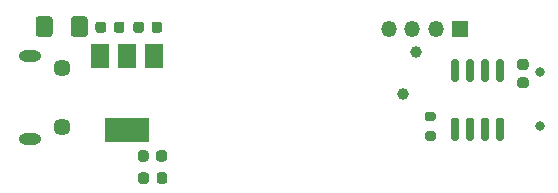
<source format=gbr>
%TF.GenerationSoftware,KiCad,Pcbnew,(5.1.8-0-10_14)*%
%TF.CreationDate,2021-04-16T18:19:52+02:00*%
%TF.ProjectId,SimpleCANAdapter,53696d70-6c65-4434-914e-416461707465,rev?*%
%TF.SameCoordinates,Original*%
%TF.FileFunction,Soldermask,Bot*%
%TF.FilePolarity,Negative*%
%FSLAX46Y46*%
G04 Gerber Fmt 4.6, Leading zero omitted, Abs format (unit mm)*
G04 Created by KiCad (PCBNEW (5.1.8-0-10_14)) date 2021-04-16 18:19:52*
%MOMM*%
%LPD*%
G01*
G04 APERTURE LIST*
%ADD10C,1.450000*%
%ADD11O,1.900000X0.950000*%
%ADD12R,1.500000X2.000000*%
%ADD13R,3.800000X2.000000*%
%ADD14C,0.800000*%
%ADD15R,1.350000X1.350000*%
%ADD16O,1.350000X1.350000*%
%ADD17C,1.000000*%
G04 APERTURE END LIST*
D10*
%TO.C,J2*%
X71750000Y-86300000D03*
X71750000Y-91300000D03*
D11*
X69050000Y-85300000D03*
X69050000Y-92300000D03*
%TD*%
D12*
%TO.C,U3*%
X74930000Y-85280000D03*
X79530000Y-85280000D03*
X77230000Y-85280000D03*
D13*
X77230000Y-91580000D03*
%TD*%
%TO.C,F1*%
G36*
G01*
X70925000Y-82175000D02*
X70925000Y-83425000D01*
G75*
G02*
X70675000Y-83675000I-250000J0D01*
G01*
X69750000Y-83675000D01*
G75*
G02*
X69500000Y-83425000I0J250000D01*
G01*
X69500000Y-82175000D01*
G75*
G02*
X69750000Y-81925000I250000J0D01*
G01*
X70675000Y-81925000D01*
G75*
G02*
X70925000Y-82175000I0J-250000D01*
G01*
G37*
G36*
G01*
X73900000Y-82175000D02*
X73900000Y-83425000D01*
G75*
G02*
X73650000Y-83675000I-250000J0D01*
G01*
X72725000Y-83675000D01*
G75*
G02*
X72475000Y-83425000I0J250000D01*
G01*
X72475000Y-82175000D01*
G75*
G02*
X72725000Y-81925000I250000J0D01*
G01*
X73650000Y-81925000D01*
G75*
G02*
X73900000Y-82175000I0J-250000D01*
G01*
G37*
%TD*%
D14*
%TO.C,J1*%
X112200000Y-91200000D03*
X112200000Y-86600000D03*
%TD*%
%TO.C,R1*%
G36*
G01*
X102625000Y-90000000D02*
X103175000Y-90000000D01*
G75*
G02*
X103375000Y-90200000I0J-200000D01*
G01*
X103375000Y-90600000D01*
G75*
G02*
X103175000Y-90800000I-200000J0D01*
G01*
X102625000Y-90800000D01*
G75*
G02*
X102425000Y-90600000I0J200000D01*
G01*
X102425000Y-90200000D01*
G75*
G02*
X102625000Y-90000000I200000J0D01*
G01*
G37*
G36*
G01*
X102625000Y-91650000D02*
X103175000Y-91650000D01*
G75*
G02*
X103375000Y-91850000I0J-200000D01*
G01*
X103375000Y-92250000D01*
G75*
G02*
X103175000Y-92450000I-200000J0D01*
G01*
X102625000Y-92450000D01*
G75*
G02*
X102425000Y-92250000I0J200000D01*
G01*
X102425000Y-91850000D01*
G75*
G02*
X102625000Y-91650000I200000J0D01*
G01*
G37*
%TD*%
%TO.C,U2*%
G36*
G01*
X104845000Y-90500000D02*
X105145000Y-90500000D01*
G75*
G02*
X105295000Y-90650000I0J-150000D01*
G01*
X105295000Y-92300000D01*
G75*
G02*
X105145000Y-92450000I-150000J0D01*
G01*
X104845000Y-92450000D01*
G75*
G02*
X104695000Y-92300000I0J150000D01*
G01*
X104695000Y-90650000D01*
G75*
G02*
X104845000Y-90500000I150000J0D01*
G01*
G37*
G36*
G01*
X106115000Y-90500000D02*
X106415000Y-90500000D01*
G75*
G02*
X106565000Y-90650000I0J-150000D01*
G01*
X106565000Y-92300000D01*
G75*
G02*
X106415000Y-92450000I-150000J0D01*
G01*
X106115000Y-92450000D01*
G75*
G02*
X105965000Y-92300000I0J150000D01*
G01*
X105965000Y-90650000D01*
G75*
G02*
X106115000Y-90500000I150000J0D01*
G01*
G37*
G36*
G01*
X107385000Y-90500000D02*
X107685000Y-90500000D01*
G75*
G02*
X107835000Y-90650000I0J-150000D01*
G01*
X107835000Y-92300000D01*
G75*
G02*
X107685000Y-92450000I-150000J0D01*
G01*
X107385000Y-92450000D01*
G75*
G02*
X107235000Y-92300000I0J150000D01*
G01*
X107235000Y-90650000D01*
G75*
G02*
X107385000Y-90500000I150000J0D01*
G01*
G37*
G36*
G01*
X108655000Y-90500000D02*
X108955000Y-90500000D01*
G75*
G02*
X109105000Y-90650000I0J-150000D01*
G01*
X109105000Y-92300000D01*
G75*
G02*
X108955000Y-92450000I-150000J0D01*
G01*
X108655000Y-92450000D01*
G75*
G02*
X108505000Y-92300000I0J150000D01*
G01*
X108505000Y-90650000D01*
G75*
G02*
X108655000Y-90500000I150000J0D01*
G01*
G37*
G36*
G01*
X108655000Y-85550000D02*
X108955000Y-85550000D01*
G75*
G02*
X109105000Y-85700000I0J-150000D01*
G01*
X109105000Y-87350000D01*
G75*
G02*
X108955000Y-87500000I-150000J0D01*
G01*
X108655000Y-87500000D01*
G75*
G02*
X108505000Y-87350000I0J150000D01*
G01*
X108505000Y-85700000D01*
G75*
G02*
X108655000Y-85550000I150000J0D01*
G01*
G37*
G36*
G01*
X107385000Y-85550000D02*
X107685000Y-85550000D01*
G75*
G02*
X107835000Y-85700000I0J-150000D01*
G01*
X107835000Y-87350000D01*
G75*
G02*
X107685000Y-87500000I-150000J0D01*
G01*
X107385000Y-87500000D01*
G75*
G02*
X107235000Y-87350000I0J150000D01*
G01*
X107235000Y-85700000D01*
G75*
G02*
X107385000Y-85550000I150000J0D01*
G01*
G37*
G36*
G01*
X106115000Y-85550000D02*
X106415000Y-85550000D01*
G75*
G02*
X106565000Y-85700000I0J-150000D01*
G01*
X106565000Y-87350000D01*
G75*
G02*
X106415000Y-87500000I-150000J0D01*
G01*
X106115000Y-87500000D01*
G75*
G02*
X105965000Y-87350000I0J150000D01*
G01*
X105965000Y-85700000D01*
G75*
G02*
X106115000Y-85550000I150000J0D01*
G01*
G37*
G36*
G01*
X104845000Y-85550000D02*
X105145000Y-85550000D01*
G75*
G02*
X105295000Y-85700000I0J-150000D01*
G01*
X105295000Y-87350000D01*
G75*
G02*
X105145000Y-87500000I-150000J0D01*
G01*
X104845000Y-87500000D01*
G75*
G02*
X104695000Y-87350000I0J150000D01*
G01*
X104695000Y-85700000D01*
G75*
G02*
X104845000Y-85550000I150000J0D01*
G01*
G37*
%TD*%
%TO.C,C1*%
G36*
G01*
X110500000Y-85550000D02*
X111000000Y-85550000D01*
G75*
G02*
X111225000Y-85775000I0J-225000D01*
G01*
X111225000Y-86225000D01*
G75*
G02*
X111000000Y-86450000I-225000J0D01*
G01*
X110500000Y-86450000D01*
G75*
G02*
X110275000Y-86225000I0J225000D01*
G01*
X110275000Y-85775000D01*
G75*
G02*
X110500000Y-85550000I225000J0D01*
G01*
G37*
G36*
G01*
X110500000Y-87100000D02*
X111000000Y-87100000D01*
G75*
G02*
X111225000Y-87325000I0J-225000D01*
G01*
X111225000Y-87775000D01*
G75*
G02*
X111000000Y-88000000I-225000J0D01*
G01*
X110500000Y-88000000D01*
G75*
G02*
X110275000Y-87775000I0J225000D01*
G01*
X110275000Y-87325000D01*
G75*
G02*
X110500000Y-87100000I225000J0D01*
G01*
G37*
%TD*%
%TO.C,C4*%
G36*
G01*
X77006000Y-82602000D02*
X77006000Y-83102000D01*
G75*
G02*
X76781000Y-83327000I-225000J0D01*
G01*
X76331000Y-83327000D01*
G75*
G02*
X76106000Y-83102000I0J225000D01*
G01*
X76106000Y-82602000D01*
G75*
G02*
X76331000Y-82377000I225000J0D01*
G01*
X76781000Y-82377000D01*
G75*
G02*
X77006000Y-82602000I0J-225000D01*
G01*
G37*
G36*
G01*
X75456000Y-82602000D02*
X75456000Y-83102000D01*
G75*
G02*
X75231000Y-83327000I-225000J0D01*
G01*
X74781000Y-83327000D01*
G75*
G02*
X74556000Y-83102000I0J225000D01*
G01*
X74556000Y-82602000D01*
G75*
G02*
X74781000Y-82377000I225000J0D01*
G01*
X75231000Y-82377000D01*
G75*
G02*
X75456000Y-82602000I0J-225000D01*
G01*
G37*
%TD*%
%TO.C,C5*%
G36*
G01*
X77756000Y-83102000D02*
X77756000Y-82602000D01*
G75*
G02*
X77981000Y-82377000I225000J0D01*
G01*
X78431000Y-82377000D01*
G75*
G02*
X78656000Y-82602000I0J-225000D01*
G01*
X78656000Y-83102000D01*
G75*
G02*
X78431000Y-83327000I-225000J0D01*
G01*
X77981000Y-83327000D01*
G75*
G02*
X77756000Y-83102000I0J225000D01*
G01*
G37*
G36*
G01*
X79306000Y-83102000D02*
X79306000Y-82602000D01*
G75*
G02*
X79531000Y-82377000I225000J0D01*
G01*
X79981000Y-82377000D01*
G75*
G02*
X80206000Y-82602000I0J-225000D01*
G01*
X80206000Y-83102000D01*
G75*
G02*
X79981000Y-83327000I-225000J0D01*
G01*
X79531000Y-83327000D01*
G75*
G02*
X79306000Y-83102000I0J225000D01*
G01*
G37*
%TD*%
%TO.C,C9*%
G36*
G01*
X79055000Y-93500000D02*
X79055000Y-94000000D01*
G75*
G02*
X78830000Y-94225000I-225000J0D01*
G01*
X78380000Y-94225000D01*
G75*
G02*
X78155000Y-94000000I0J225000D01*
G01*
X78155000Y-93500000D01*
G75*
G02*
X78380000Y-93275000I225000J0D01*
G01*
X78830000Y-93275000D01*
G75*
G02*
X79055000Y-93500000I0J-225000D01*
G01*
G37*
G36*
G01*
X80605000Y-93500000D02*
X80605000Y-94000000D01*
G75*
G02*
X80380000Y-94225000I-225000J0D01*
G01*
X79930000Y-94225000D01*
G75*
G02*
X79705000Y-94000000I0J225000D01*
G01*
X79705000Y-93500000D01*
G75*
G02*
X79930000Y-93275000I225000J0D01*
G01*
X80380000Y-93275000D01*
G75*
G02*
X80605000Y-93500000I0J-225000D01*
G01*
G37*
%TD*%
%TO.C,C11*%
G36*
G01*
X80625000Y-95370001D02*
X80625000Y-95870001D01*
G75*
G02*
X80400000Y-96095001I-225000J0D01*
G01*
X79950000Y-96095001D01*
G75*
G02*
X79725000Y-95870001I0J225000D01*
G01*
X79725000Y-95370001D01*
G75*
G02*
X79950000Y-95145001I225000J0D01*
G01*
X80400000Y-95145001D01*
G75*
G02*
X80625000Y-95370001I0J-225000D01*
G01*
G37*
G36*
G01*
X79075000Y-95370001D02*
X79075000Y-95870001D01*
G75*
G02*
X78850000Y-96095001I-225000J0D01*
G01*
X78400000Y-96095001D01*
G75*
G02*
X78175000Y-95870001I0J225000D01*
G01*
X78175000Y-95370001D01*
G75*
G02*
X78400000Y-95145001I225000J0D01*
G01*
X78850000Y-95145001D01*
G75*
G02*
X79075000Y-95370001I0J-225000D01*
G01*
G37*
%TD*%
D15*
%TO.C,J3*%
X105390000Y-82960000D03*
D16*
X103390000Y-82960000D03*
X101390000Y-82960000D03*
X99390000Y-82960000D03*
%TD*%
D17*
%TO.C,TP6*%
X100630000Y-88490000D03*
%TD*%
%TO.C,TP7*%
X101690000Y-84920000D03*
%TD*%
M02*

</source>
